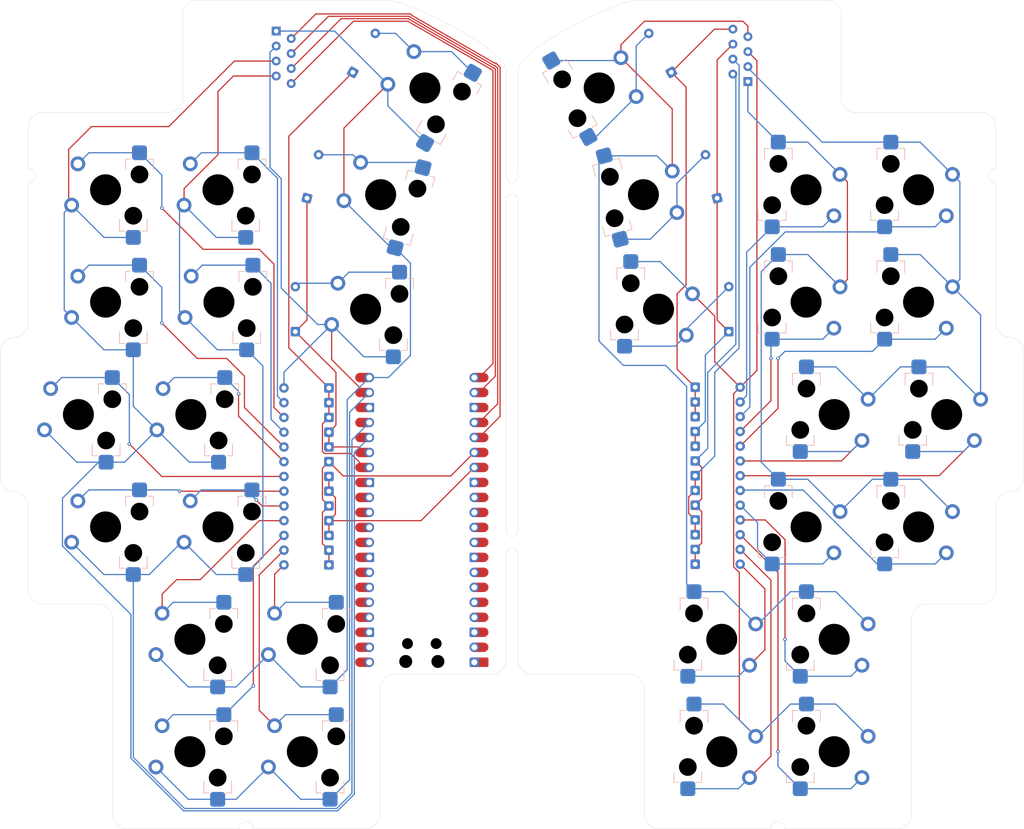
<source format=kicad_pcb>
(kicad_pcb (version 20241229) (generator "pcbnew") (generator_version "9.0")
  (layers (0 "F.Cu" signal) (2 "B.Cu" signal) (13 "F.Paste" user) (15 "B.Paste" user) (5 "F.SilkS" user "F.Silkscreen") (7 "B.SilkS" user "B.Silkscreen") (1 "F.Mask" user) (3 "B.Mask" user) (25 "Edge.Cuts" user))
  (net 0 "")
  (net 3 "COL-1")
  (net 5 "COL-2")
  (net 7 "COL-0")
  (net 9 "ROW-4")
  (net 13 "ROW-7")
  (net 15 "ROW-2")
  (net 25 "ROW-1")
  (net 26 "ROW-0")
  (net 27 "ROW-6")
  (net 28 "ROW-5")
  (net 35 "COL-3")
  (net 47 "ROW-3")
  (net 53 "Net-(D1-A)")
  (net 54 "Net-(D2-A)")
  (net 55 "Net-(D3-A)")
  (net 56 "Net-(D5-A)")
  (net 57 "Net-(D6-A)")
  (net 58 "Net-(D7-A)")
  (net 59 "Net-(D8-A)")
  (net 60 "Net-(D9-A)")
  (net 61 "Net-(D10-A)")
  (net 62 "Net-(D11-A)")
  (net 63 "Net-(D12-A)")
  (net 64 "Net-(D13-A)")
  (net 65 "Net-(D14-A)")
  (net 66 "Net-(D15-A)")
  (net 67 "Net-(D16-A)")
  (net 68 "Net-(D17-A)")
  (net 69 "Net-(D18-A)")
  (net 70 "Net-(D19-A)")
  (net 71 "Net-(D20-A)")
  (net 72 "Net-(D21-A)")
  (net 73 "Net-(D22-A)")
  (net 74 "Net-(D23-A)")
  (net 75 "Net-(D24-A)")
  (net 76 "Net-(D25-A)")
  (net 77 "Net-(D26-A)")
  (net 78 "Net-(D27-A)")
  (net 79 "Net-(D28-A)")
  (net 80 "Net-(D29-A)")
  (net 81 "Net-(D30-A)")
  (net 82 "Net-(D31-A)")
  (net 83 "ROW-4r")
  (net 84 "ROW-5r")
  (net 85 "ROW-6r")
  (net 86 "ROW-7r")
  (net 87 "COL-3r")
  (net 88 "COL-0r")
  (net 89 "COL-1r")
  (net 90 "COL-2r")
  (footprint "MountingHole:MountingHole_2.5mm" (layer "F.Cu") (at 206.953125 126.6625 -90)
    (property "Reference" "REF**")
    (property "Value" "MountingHole_2.5mm")
  )
  (footprint "Module:RaspberryPi_Pico_Common_Unspecified" (layer "F.Cu") (at 184.7125 186.19375 180)
    (property "Reference" "A1")
    (property "Value" "RaspberryPi_Pico" (hide yes))
  )
  (footprint "Diode_THT:D_DO-35_SOD27_P7.62mm_Horizontal" (layer "F.Cu") (at 168.975625 163.828125 180)
    (property "Reference" "D4")
    (property "Value" "D" (hide yes))
  )
  (footprint "key-switches:SW_Gateron_LowProfile_HotSwap_THT" (layer "F.Cu") (at 268.865625 187.384375 -90)
    (property "Reference" "SW20" (hide yes))
    (property "Value" "Keyswitch" (hide yes))
  )
  (footprint "Diode_THT:D_DO-35_SOD27_P7.62mm_Horizontal" (layer "F.Cu") (at 168.975625 166.328125 180)
    (property "Reference" "D12")
    (property "Value" "D" (hide yes))
  )
  (footprint "Panelization:mouse-bite-2mm-slot" (layer "F.Cu") (at 200 130 90)
    (property "Reference" "mouse-bite-2mm-slot" (hide yes))
    (property "Value" "VAL**" (hide yes))
  )
  (footprint "Diode_THT:D_DO-35_SOD27_P7.62mm_Horizontal" (layer "F.Cu") (at 168.975625 193.828125 180)
    (property "Reference" "D6")
    (property "Value" "D" (hide yes))
  )
  (footprint "key-switches:SW_Gateron_LowProfile_HotSwap_THT" (layer "F.Cu") (at 177.743382 131.061145 75)
    (property "Reference" "SW6" (hide yes))
    (property "Value" "Keyswitch" (hide yes))
  )
  (footprint "key-switches:SW_Gateron_LowProfile_HotSwap_THT" (layer "F.Cu") (at 235.528125 206.434375 -90)
    (property "Reference" "SW25" (hide yes))
    (property "Value" "Keyswitch" (hide yes))
  )
  (footprint "MountingHole:MountingHole_2.5mm" (layer "F.Cu") (at 280.771875 180.240625 -90)
    (property "Reference" "REF**")
    (property "Value" "MountingHole_2.5mm")
  )
  (footprint "Diode_THT:D_DO-35_SOD27_P7.62mm_Horizontal" (layer "F.Cu") (at 231.024375 176.203125)
    (property "Reference" "D18")
    (property "Value" "D" (hide yes))
  )
  (footprint "MountingHole:MountingHole_2.5mm" (layer "F.Cu") (at 253.390575 118.918425 -90)
    (property "Reference" "REF**")
    (property "Value" "MountingHole_2.5mm")
  )
  (footprint "Diode_THT:D_DO-35_SOD27_P7.62mm_Horizontal" (layer "F.Cu") (at 231.024375 191.203125)
    (property "Reference" "D30")
    (property "Value" "D" (hide yes))
  )
  (footprint "Diode_THT:D_DO-35_SOD27_P7.62mm_Horizontal" (layer "F.Cu") (at 231.024375 186.203125)
    (property "Reference" "D25")
    (property "Value" "D" (hide yes))
  )
  (footprint "Diode_THT:D_DO-35_SOD27_P7.62mm_Horizontal" (layer "F.Cu") (at 236.71875 154.285 90)
    (property "Reference" "D31")
    (property "Value" "D" (hide yes))
  )
  (footprint "Diode_THT:D_DO-35_SOD27_P7.62mm_Horizontal" (layer "F.Cu") (at 168.975625 171.328125 180)
    (property "Reference" "D11")
    (property "Value" "D" (hide yes))
  )
  (footprint "Diode_THT:D_DO-35_SOD27_P7.62mm_Horizontal" (layer "F.Cu") (at 226.979264 110.316743 120)
    (property "Reference" "D28")
    (property "Value" "D" (hide yes))
  )
  (footprint "key-switches:SW_Gateron_LowProfile_HotSwap_THT" (layer "F.Cu") (at 145.421875 225.484375 90)
    (property "Reference" "SW1" (hide yes))
    (property "Value" "Keyswitch" (hide yes))
  )
  (footprint "MountingHole:MountingHole_2.5mm" (layer "F.Cu") (at 184.7125 198.1 90)
    (property "Reference" "REF**")
    (property "Value" "MountingHole_2.5mm")
  )
  (footprint "Diode_THT:D_DO-35_SOD27_P7.62mm_Horizontal" (layer "F.Cu") (at 231.024375 178.703125)
    (property "Reference" "D17")
    (property "Value" "D" (hide yes))
  )
  (footprint "key-switches:SW_Gateron_LowProfile_HotSwap_THT" (layer "F.Cu") (at 268.865625 149.284375 -90)
    (property "Reference" "SW18" (hide yes))
    (property "Value" "Keyswitch" (hide yes))
  )
  (footprint "key-switches:SW_Gateron_LowProfile_HotSwap_THT" (layer "F.Cu") (at 254.578125 225.484375 -90)
    (property "Reference" "SW28" (hide yes))
    (property "Value" "Keyswitch" (hide yes))
  )
  (footprint "key-switches:SW_Gateron_LowProfile_HotSwap_THT" (layer "F.Cu") (at 224.8125 150.475 -90)
    (property "Reference" "SW30" (hide yes))
    (property "Value" "Keyswitch" (hide yes))
  )
  (footprint "key-switches:SW_Gateron_LowProfile_HotSwap_THT" (layer "F.Cu") (at 273.628125 168.334375 -90)
    (property "Reference" "SW16" (hide yes))
    (property "Value" "Keyswitch" (hide yes))
  )
  (footprint "Diode_THT:D_DO-35_SOD27_P7.62mm_Horizontal" (layer "F.Cu") (at 231.024375 168.703125)
    (property "Reference" "D20")
    (property "Value" "D" (hide yes))
  )
  (footprint "MountingHole:MountingHole_2.5mm" (layer "F.Cu") (at 119.228125 180.240625 90)
    (property "Reference" "REF**")
    (property "Value" "MountingHole_2.5mm")
  )
  (footprint "key-switches:SW_Gateron_LowProfile_HotSwap_THT" (layer "F.Cu") (at 150.184375 130.234375 90)
    (property "Reference" "SW11" (hide yes))
    (property "Value" "Keyswitch" (hide yes))
  )
  (footprint "Diode_THT:D_DO-35_SOD27_P7.62mm_Horizontal" (layer "F.Cu") (at 168.975625 181.328125 180)
    (property "Reference" "D9")
    (property "Value" "D" (hide yes))
  )
  (footprint "Diode_THT:D_DO-35_SOD27_P7.62mm_Horizontal" (layer "F.Cu") (at 231.024375 173.703125)
    (property "Reference" "D19")
    (property "Value" "D" (hide yes))
  )
  (footprint "key-switches:SW_Gateron_LowProfile_HotSwap_THT" (layer "F.Cu") (at 254.578125 206.434375 -90)
    (property "Reference" "SW24" (hide yes))
    (property "Value" "Keyswitch" (hide yes))
  )
  (footprint "Diode_THT:D_DO-35_SOD27_P7.62mm_Horizontal" (layer "F.Cu") (at 165.256728 131.659758 75)
    (property "Reference" "D7")
    (property "Value" "D" (hide yes))
  )
  (footprint "Diode_THT:D_DO-35_SOD27_P7.62mm_Horizontal" (layer "F.Cu") (at 168.975625 191.328125 180)
    (property "Reference" "D2")
    (property "Value" "D" (hide yes))
  )
  (footprint "key-switches:SW_Gateron_LowProfile_HotSwap_THT" (layer "F.Cu") (at 150.343125 149.284375 90)
    (property "Reference" "SW10" (hide yes))
    (property "Value" "Keyswitch" (hide yes))
  )
  (footprint "Diode_THT:D_DO-35_SOD27_P7.62mm_Horizontal" (layer "F.Cu") (at 168.975625 178.828125 180)
    (property "Reference" "D13")
    (property "Value" "D" (hide yes))
  )
  (footprint "key-switches:SW_Gateron_LowProfile_HotSwap_THT" (layer "F.Cu") (at 164.471875 206.434375 90)
    (property "Reference" "SW5" (hide yes))
    (property "Value" "Keyswitch" (hide yes))
  )
  (footprint "Diode_THT:D_DO-35_SOD27_P7.62mm_Horizontal" (layer "F.Cu") (at 231.024375 171.203125)
    (property "Reference" "D23")
    (property "Value" "D" (hide yes))
  )
  (footprint "key-switches:SW_Gateron_LowProfile_HotSwap_THT" (layer "F.Cu") (at 145.421875 206.434375 90)
    (property "Reference" "SW4" (hide yes))
    (property "Value" "Keyswitch" (hide yes))
  )
  (footprint "Diode_THT:D_DO-35_SOD27_P7.62mm_Horizontal" (layer "F.Cu") (at 231.024375 188.703125)
    (property "Reference" "D29")
    (property "Value" "D" (hide yes))
  )
  (footprint "Diode_THT:D_DO-35_SOD27_P7.62mm_Horizontal" (layer "F.Cu") (at 231.024375 183.703125)
    (property "Reference" "D22")
    (property "Value" "D" (hide yes))
  )
  (footprint "key-switches:SW_Gateron_LowProfile_HotSwap_THT" (layer "F.Cu") (at 268.865625 130.234375 -90)
    (property "Reference" "SW19" (hide yes))
    (property "Value" "Keyswitch" (hide yes))
  )
  (footprint "key-switches:SW_Gateron_LowProfile_HotSwap_THT" (layer "F.Cu") (at 249.815625 130.234375 -90)
    (property "Reference" "SW23" (hide yes))
    (property "Value" "Keyswitch" (hide yes))
  )
  (footprint "key-switches:SW_Gateron_LowProfile_HotSwap_THT" (layer "F.Cu") (at 185.236851 112.970312 60)
    (property "Reference" "SW7" (hide yes))
    (property "Value" "Keyswitch" (hide yes))
  )
  (footprint "Diode_THT:D_DO-35_SOD27_P7.62mm_Horizontal" (layer "F.Cu") (at 168.975625 188.828125 180)
    (property "Reference" "D1")
    (property "Value" "D" (hide yes))
  )
  (footprint "key-switches:SW_Gateron_LowProfile_HotSwap_THT" (layer "F.Cu") (at 150.184375 187.384375 90)
    (property "Reference" "SW9" (hide yes))
    (property "Value" "Keyswitch" (hide yes))
  )
  (footprint "Diode_THT:D_DO-35_SOD27_P7.62mm_Horizontal" (layer "F.Cu") (at 168.975625 186.328125 180)
    (property "Reference" "D5")
    (property "Value" "D" (hide yes))
  )
  (footprint "Diode_THT:D_DO-35_SOD27_P7.62mm_Horizontal" (layer "F.Cu") (at 168.975625 183.828125 180)
    (property "Reference" "D10")
    (property "Value" "D" (hide yes))
  )
  (footprint "Diode_THT:D_DO-35_SOD27_P7.62mm_Horizontal" (layer "F.Cu") (at 234.743272 131.659758 105)
    (property "Reference" "D27")
    (property "Value" "D" (hide yes))
  )
  (footprint "key-switches:SW_Gateron_LowProfile_HotSwap_THT" (layer "F.Cu") (at 254.578125 168.334375 -90)
    (property "Reference" "SW17" (hide yes))
    (property "Value" "Keyswitch" (hide yes))
  )
  (footprint "MountingHole:MountingHole_2.5mm" (layer "F.Cu") (at 193.046875 126.6625 90)
    (property "Reference" "REF**")
    (property "Value" "MountingHole_2.5mm")
  )
  (footprint "Connector_RJ:RJ45_Amphenol_54602-x08_Horizontal" (layer "F.Cu") (at 239.953125 111.895 90)
    (property "Reference" "J2")
    (property "Value" "RJ45" (hide yes))
  )
  (footprint "Panelization:mouse-bite-2mm-slot" (layer "F.Cu") (at 200 190 90)
    (property "Reference" "mouse-bite-2mm-slot" (hide yes))
    (property "Value" "VAL**" (hide yes))
  )
  (footprint "key-switches:SW_Gateron_LowProfile_HotSwap_THT" (layer "F.Cu") (at 235.528125 225.484375 -90)
    (property "Reference" "SW29" (hide yes))
    (property "Value" "Keyswitch" (hide yes))
  )
  (footprint "key-switches:SW_Gateron_LowProfile_HotSwap_THT" (layer "F.Cu") (at 126.530625 168.334375 90)
    (property "Reference" "SW12" (hide yes))
    (property "Value" "Keyswitch" (hide yes))
  )
  (footprint "Connector_RJ:RJ45_Amphenol_54602-x08_Horizontal" (layer "F.Cu") (at 160.046875 103.33 -90)
    (property "Reference" "J1")
    (property "Value" "RJ45" (hide yes))
  )
  (footprint "key-switches:SW_Gateron_LowProfile_HotSwap_THT" (layer "F.Cu") (at 131.134375 130.234375 90)
    (property "Reference" "SW15" (hide yes))
    (property "Value" "Keyswitch" (hide yes))
  )
  (footprint "Diode_THT:D_DO-35_SOD27_P7.62mm_Horizontal" (layer "F.Cu") (at 163.28125 154.285 90)
    (property "Reference" "D3")
    (property "Value" "D" (hide yes))
  )
  (footprint "key-switches:SW_Gateron_LowProfile_HotSwap_THT" (layer "F.Cu") (at 145.580625 168.334375 90)
    (property "Reference" "SW13" (hide yes))
    (property "Value" "Keyswitch" (hide yes))
  )
  (footprint "Diode_THT:D_DO-35_SOD27_P7.62mm_Horizontal" (layer "F.Cu") (at 231.024375 181.203125)
    (property "Reference" "D21")
    (property "Value" "D" (hide yes))
  )
  (footprint "key-switches:SW_Gateron_LowProfile_HotSwap_THT" (layer "F.Cu") (at 175.1875 150.475 90)
    (property "Reference" "SW3" (hide yes))
    (property "Value" "Keyswitch" (hide yes))
  )
  (footprint "Diode_THT:D_DO-35_SOD27_P7.62mm_Horizontal" (layer "F.Cu") (at 231.024375 166.203125)
    (property "Reference" "D24")
    (property "Value" "D" (hide yes))
  )
  (footprint "key-switches:SW_Gateron_LowProfile_HotSwap_THT" (layer "F.Cu") (at 222.256618 131.061145 -75)
    (property "Reference" "SW26" (hide yes))
    (property "Value" "Keyswitch" (hide yes))
  )
  (footprint "MountingHole:MountingHole_2.5mm" (layer "F.Cu") (at 146.609425 118.927425 90)
    (property "Reference" "REF**")
    (property "Value" "MountingHole_2.5mm")
  )
  (footprint "Diode_THT:D_DO-35_SOD27_P7.62mm_Horizontal" (layer "F.Cu") (at 168.975625 176.328125 180)
    (property "Reference" "D14")
    (property "Value" "D" (hide yes))
  )
  (footprint "key-switches:SW_Gateron_LowProfile_HotSwap_THT" (layer "F.Cu") (at 164.471875 225.484375 90)
    (property "Reference" "SW2" (hide yes))
    (property "Value" "Keyswitch" (hide yes))
  )
  (footprint "Diode_THT:D_DO-35_SOD27_P7.62mm_Horizontal" (layer "F.Cu") (at 231.024375 193.703125)
    (property "Reference" "D26")
    (property "Value" "D" (hide yes))
  )
  (footprint "Diode_THT:D_DO-35_SOD27_P7.62mm_Horizontal" (layer "F.Cu") (at 168.975625 173.828125 180)
    (property "Reference" "D15")
    (property "Value" "D" (hide yes))
  )
  (footprint "key-switches:SW_Gateron_LowProfile_HotSwap_THT" (layer "F.Cu") (at 131.134375 187.384375 90)
    (property "Reference" "SW8" (hide yes))
    (property "Value" "Keyswitch" (hide yes))
  )
  (footprint "key-switches:SW_Gateron_LowProfile_HotSwap_THT" (layer "F.Cu") (at 249.815625 187.384375 -90)
    (property "Reference" "SW21" (hide yes))
    (property "Value" "Keyswitch" (hide yes))
  )
  (footprint "key-switches:SW_Gateron_LowProfile_HotSwap_THT" (layer "F.Cu") (at 249.815625 149.284375 -90)
    (property "Reference" "SW22" (hide yes))
    (property "Value" "Keyswitch" (hide yes))
  )
  (footprint "key-switches:SW_Gateron_LowProfile_HotSwap_THT" (layer "F.Cu") (at 131.134375 149.284375 90)
    (property "Reference" "SW14" (hide yes))
    (property "Value" "Keyswitch" (hide yes))
  )
  (footprint "Diode_THT:D_DO-35_SOD27_P7.62mm_Horizontal" (layer "F.Cu") (at 168.975625 168.828125 180)
    (property "Reference" "D16")
    (property "Value" "D" (hide yes))
  )
  (footprint "Diode_THT:D_DO-35_SOD27_P7.62mm_Horizontal" (layer "F.Cu") (at 173.020736 110.316743 60)
    (property "Reference" "D8")
    (property "Value" "D" (hide yes))
  )
  (footprint "Diode_THT:D_DO-35_SOD27_P7.62mm_Horizontal" (layer "F.Cu") (at 231.024375 163.703125)
    (property "Reference" "D32")
    (property "Value" "D" (hide yes))
  )
  (footprint "MountingHole:MountingHole_2.5mm" (layer "F.Cu") (at 215.2875 198.1 -90)
    (property "Reference" "REF**")
    (property "Value" "MountingHole_2.5mm")
  )
  (footprint "key-switches:SW_Gateron_LowProfile_HotSwap_THT" (layer "F.Cu") (at 214.763149 112.970313 -60)
    (property "Reference" "SW27" (hide yes))
    (property "Value" "Keyswitch" (hide yes))
  )
  (gr_line (start 118.0375 119.51875) (end 118.0375 126.6625) (stroke (width 0.05)) (layer "Edge.Cuts"))
  (gr_line (start 267.675 202.8625) (end 267.675 236.2) (stroke (width 0.05)) (layer "Edge.Cuts"))
  (gr_curve (pts (xy 281.9625 198.1) (xy 281.9625 199.290625) (xy 280.771875 200.48125) (xy 279.58125 200.48125)) (stroke (width 0.05)) (layer "Edge.Cuts"))
  (gr_curve (pts (xy 201 109.99375) (xy 201 106.421875) (xy 217.66875 98.0875) (xy 221.240625 98.0875)) (stroke (width 0.05)) (layer "Edge.Cuts"))
  (gr_line (start 199 192) (end 199 210.00625) (stroke (width 0.05)) (layer "Edge.Cuts"))
  (gr_line (start 199 109.99375) (end 199 128) (stroke (width 0.05)) (layer "Edge.Cuts"))
  (gr_arc (start 153.75625 238.58125) (mid 154.946875 237.390625) (end 156.1375 238.58125) (stroke (width 0.05)) (layer "Edge.Cuts"))
  (gr_line (start 246.24375 238.58125) (end 265.29375 238.58125) (stroke (width 0.05)) (layer "Edge.Cuts"))
  (gr_line (start 222.43125 236.2) (end 222.43125 214.76875) (stroke (width 0.05)) (layer "Edge.Cuts"))
  (gr_line (start 120.41875 200.48125) (end 129.94375 200.48125) (stroke (width 0.05)) (layer "Edge.Cuts"))
  (gr_line (start 144.23125 100.46875) (end 144.23125 114.75625) (stroke (width 0.05)) (layer "Edge.Cuts"))
  (gr_arc (start 118.0375 126.6625) (mid 119.228125 127.853125) (end 118.0375 129.04375) (stroke (width 0.05)) (layer "Edge.Cuts"))
  (gr_line (start 134.70625 238.58125) (end 153.75625 238.581245) (stroke (width 0.05)) (layer "Edge.Cuts"))
  (gr_curve (pts (xy 222.43125 214.76875) (xy 222.43125 213.578125) (xy 221.240625 212.3875) (xy 220.05 212.3875)) (stroke (width 0.05)) (layer "Edge.Cuts"))
  (gr_curve (pts (xy 286.725 179.05) (xy 286.725 180.240625) (xy 285.534375 181.43125) (xy 284.34375 181.43125)) (stroke (width 0.05)) (layer "Edge.Cuts"))
  (gr_line (start 201 188) (end 201 132) (stroke (width 0.05)) (layer "Edge.Cuts"))
  (gr_curve (pts (xy 199 109.99375) (xy 199 106.421875) (xy 182.33125 98.0875) (xy 178.759375 98.0875)) (stroke (width 0.05)) (layer "Edge.Cuts"))
  (gr_curve (pts (xy 115.65625 155.2375) (xy 114.465625 155.2375) (xy 113.275 156.428125) (xy 113.275 157.61875)) (stroke (width 0.05)) (layer "Edge.Cuts"))
  (gr_curve (pts (xy 113.275 179.05) (xy 113.275 180.240625) (xy 114.465625 181.43125) (xy 115.65625 181.43125)) (stroke (width 0.05)) (layer "Edge.Cuts"))
  (gr_line (start 220.05 212.3875) (end 203.38125 212.3875) (stroke (width 0.05)) (layer "Edge.Cuts"))
  (gr_line (start 199 132) (end 199 188) (stroke (width 0.05)) (layer "Edge.Cuts"))
  (gr_line (start 132.325 202.8625) (end 132.325 236.2) (stroke (width 0.05)) (layer "Edge.Cuts"))
  (gr_arc (start 199 132) (mid 200 131) (end 201 132) (stroke (width 0.05)) (layer "Edge.Cuts"))
  (gr_arc (start 201 128) (mid 200 129) (end 199 128) (stroke (width 0.05)) (layer "Edge.Cuts"))
  (gr_line (start 113.275 157.61875) (end 113.275 179.05) (stroke (width 0.05)) (layer "Edge.Cuts"))
  (gr_line (start 141.85 117.1375) (end 120.41875 117.1375) (stroke (width 0.05)) (layer "Edge.Cuts"))
  (gr_arc (start 243.8625 238.58125) (mid 245.053125 237.390611) (end 246.24375 238.58125) (stroke (width 0.05)) (layer "Edge.Cuts"))
  (gr_line (start 281.9625 183.8125) (end 281.9625 198.1) (stroke (width 0.05)) (layer "Edge.Cuts"))
  (gr_curve (pts (xy 144.23125 114.75625) (xy 144.23125 115.946875) (xy 143.040625 117.1375) (xy 141.85 117.1375)) (stroke (width 0.05)) (layer "Edge.Cuts"))
  (gr_arc (start 281.9625 129.04375) (mid 280.771875 127.853125) (end 281.9625 126.6625) (stroke (width 0.05)) (layer "Edge.Cuts"))
  (gr_curve (pts (xy 146.6125 98.0875) (xy 145.421875 98.0875) (xy 144.23125 99.278125) (xy 144.23125 100.46875)) (stroke (width 0.05)) (layer "Edge.Cuts"))
  (gr_curve (pts (xy 284.34375 181.43125) (xy 283.153125 181.43125) (xy 281.9625 182.621875) (xy 281.9625 183.8125)) (stroke (width 0.05)) (layer "Edge.Cuts"))
  (gr_line (start 201 128) (end 201 109.99375) (stroke (width 0.05)) (layer "Edge.Cuts"))
  (gr_curve (pts (xy 196.61875 212.3875) (xy 197.809375 212.3875) (xy 199 211.196875) (xy 199 210.00625)) (stroke (width 0.05)) (layer "Edge.Cuts"))
  (gr_curve (pts (xy 255.76875 114.75625) (xy 255.76875 115.946875) (xy 256.959375 117.1375) (xy 258.15 117.1375)) (stroke (width 0.05)) (layer "Edge.Cuts"))
  (gr_line (start 178.759375 98.0875) (end 146.6125 98.0875) (stroke (width 0.05)) (layer "Edge.Cuts"))
  (gr_curve (pts (xy 284.34375 155.2375) (xy 285.534375 155.2375) (xy 286.725 156.428125) (xy 286.725 157.61875)) (stroke (width 0.05)) (layer "Edge.Cuts"))
  (gr_curve (pts (xy 175.1875 238.58125) (xy 176.378125 238.58125) (xy 177.56875 237.390625) (xy 177.56875 236.2)) (stroke (width 0.05)) (layer "Edge.Cuts"))
  (gr_line (start 179.95 212.3875) (end 196.61875 212.3875) (stroke (width 0.05)) (layer "Edge.Cuts"))
  (gr_curve (pts (xy 224.8125 238.58125) (xy 223.621875 238.58125) (xy 222.43125 237.390625) (xy 222.43125 236.2)) (stroke (width 0.05)) (layer "Edge.Cuts"))
  (gr_line (start 286.725 157.61875) (end 286.725 179.05) (stroke (width 0.05)) (layer "Edge.Cuts"))
  (gr_curve (pts (xy 120.41875 117.1375) (xy 119.228125 117.1375) (xy 118.0375 118.328125) (xy 118.0375 119.51875)) (stroke (width 0.05)) (layer "Edge.Cuts"))
  (gr_curve (pts (xy 203.38125 212.3875) (xy 202.190625 212.3875) (xy 201 211.196875) (xy 201 210.00625)) (stroke (width 0.05)) (layer "Edge.Cuts"))
  (gr_line (start 201 210.00625) (end 201 192) (stroke (width 0.05)) (layer "Edge.Cuts"))
  (gr_curve (pts (xy 177.56875 214.76875) (xy 177.56875 213.578125) (xy 178.759375 212.3875) (xy 179.95 212.3875)) (stroke (width 0.05)) (layer "Edge.Cuts"))
  (gr_curve (pts (xy 118.0375 152.85625) (xy 118.0375 154.046875) (xy 116.846875 155.2375) (xy 115.65625 155.2375)) (stroke (width 0.05)) (layer "Edge.Cuts"))
  (gr_curve (pts (xy 279.58125 117.1375) (xy 280.771875 117.1375) (xy 281.9625 118.328125) (xy 281.9625 119.51875)) (stroke (width 0.05)) (layer "Edge.Cuts"))
  (gr_line (start 281.9625 129.04375) (end 281.9625 152.85625) (stroke (width 0.05)) (layer "Edge.Cuts"))
  (gr_curve (pts (xy 115.65625 181.43125) (xy 116.846875 181.43125) (xy 118.0375 182.621875) (xy 118.0375 183.8125)) (stroke (width 0.05)) (layer "Edge.Cuts"))
  (gr_line (start 177.56875 236.2) (end 177.56875 214.76875) (stroke (width 0.05)) (layer "Edge.Cuts"))
  (gr_line (start 224.8125 238.58125) (end 243.8625 238.58125) (stroke (width 0.05)) (layer "Edge.Cuts"))
  (gr_curve (pts (xy 270.05625 200.48125) (xy 268.865625 200.48125) (xy 267.675 201.671875) (xy 267.675 202.8625)) (stroke (width 0.05)) (layer "Edge.Cuts"))
  (gr_curve (pts (xy 118.0375 198.1) (xy 118.0375 199.290625) (xy 119.228125 200.48125) (xy 120.41875 200.48125)) (stroke (width 0.05)) (layer "Edge.Cuts"))
  (gr_curve (pts (xy 129.94375 200.48125) (xy 131.134375 200.48125) (xy 132.325 201.671875) (xy 132.325 202.8625)) (stroke (width 0.05)) (layer "Edge.Cuts"))
  (gr_line (start 281.9625 119.51875) (end 281.9625 126.6625) (stroke (width 0.05)) (layer "Edge.Cuts"))
  (gr_line (start 118.0375 129.04375) (end 118.0375 152.85625) (stroke (width 0.05)) (layer "Edge.Cuts"))
  (gr_curve (pts (xy 132.325 236.2) (xy 132.325 237.390625) (xy 133.515625 238.58125) (xy 134.70625 238.58125)) (stroke (width 0.05)) (layer "Edge.Cuts"))
  (gr_arc (start 201 188) (mid 200 189) (end 199 188) (stroke (width 0.05)) (layer "Edge.Cuts"))
  (gr_line (start 255.76875 100.46875) (end 255.76875 114.75625) (stroke (width 0.05)) (layer "Edge.Cuts"))
  (gr_line (start 118.0375 183.8125) (end 118.0375 198.1) (stroke (width 0.05)) (layer "Edge.Cuts"))
  (gr_curve (pts (xy 281.9625 152.85625) (xy 281.9625 154.046875) (xy 283.153125 155.2375) (xy 284.34375 155.2375)) (stroke (width 0.05)) (layer "Edge.Cuts"))
  (gr_line (start 258.15 117.1375) (end 279.58125 117.1375) (stroke (width 0.05)) (layer "Edge.Cuts"))
  (gr_line (start 221.240625 98.0875) (end 253.3875 98.0875) (stroke (width 0.05)) (layer "Edge.Cuts"))
  (gr_arc (start 199 192) (mid 200 191) (end 201 192) (stroke (width 0.05)) (layer "Edge.Cuts"))
  (gr_curve (pts (xy 253.3875 98.0875) (xy 254.578125 98.0875) (xy 255.76875 99.278125) (xy 255.76875 100.46875)) (stroke (width 0.05)) (layer "Edge.Cuts"))
  (gr_line (start 279.58125 200.48125) (end 270.05625 200.48125) (stroke (width 0.05)) (layer "Edge.Cuts"))
  (gr_curve (pts (xy 267.675 236.2) (xy 267.675 237.390625) (xy 266.484375 238.58125) (xy 265.29375 238.58125)) (stroke (width 0.05)) (layer "Edge.Cuts"))
  (gr_line (start 156.1375 238.58125) (end 175.1875 238.58125) (stroke (width 0.05)) (layer "Edge.Cuts"))
  (segment (start 178.957205 112.346978) (end 171.516379 119.787804) (width 0.2) (layer "F.Cu") (net 3))
  (segment (start 171.516379 119.787804) (end 171.516379 132.084343) (width 0.2) (layer "F.Cu") (net 3))
  (segment (start 169.940227 103.33) (end 178.957205 112.346978) (width 0.2) (layer "B.Cu") (net 3))
  (segment (start 178.957205 116.001002) (end 185.269671 122.313468) (width 0.2) (layer "B.Cu") (net 3))
  (segment (start 145.146875 214.509375) (end 139.671875 209.034375) (width 0.2) (layer "B.Cu") (net 3))
  (segment (start 169.171875 214.509375) (end 164.196875 214.509375) (width 0.2) (layer "B.Cu") (net 3))
  (segment (start 150.121875 214.509375) (end 145.146875 214.509375) (width 0.2) (layer "B.Cu") (net 3))
  (segment (start 164.196875 214.509375) (end 158.721875 209.034375) (width 0.2) (layer "B.Cu") (net 3))
  (segment (start 153.246875 214.509375) (end 150.121875 214.509375) (width 0.2) (layer "B.Cu") (net 3))
  (segment (start 160.046875 103.33) (end 169.940227 103.33) (width 0.2) (layer "B.Cu") (net 3))
  (segment (start 178.957205 112.346978) (end 178.957205 116.001002) (width 0.2) (layer "B.Cu") (net 3))
  (segment (start 179.509482 140.077446) (end 180.193271 140.077446) (width 0.2) (layer "B.Cu") (net 3))
  (segment (start 182.7885 158.314058) (end 179.038808 162.06375) (width 0.2) (layer "B.Cu") (net 3))
  (segment (start 171.516379 132.084343) (end 179.509482 140.077446) (width 0.2) (layer "B.Cu") (net 3))
  (segment (start 172.072875 165.813375) (end 172.072875 211.608375) (width 0.2) (layer "B.Cu") (net 3))
  (segment (start 182.7885 142.672675) (end 182.7885 158.314058) (width 0.2) (layer "B.Cu") (net 3))
  (segment (start 175.8225 162.06375) (end 172.072875 165.813375) (width 0.2) (layer "B.Cu") (net 3))
  (segment (start 172.072875 211.608375) (end 169.171875 214.509375) (width 0.2) (layer "B.Cu") (net 3))
  (segment (start 179.038808 162.06375) (end 175.8225 162.06375) (width 0.2) (layer "B.Cu") (net 3))
  (segment (start 158.721875 209.034375) (end 153.246875 214.509375) (width 0.2) (layer "B.Cu") (net 3))
  (segment (start 180.193271 140.077446) (end 182.7885 142.672675) (width 0.2) (layer "B.Cu") (net 3))
  (segment (start 150.184375 124.28125) (end 144.434375 130.03125) (width 0.2) (layer "F.Cu") (net 5))
  (segment (start 152.8 110.95) (end 150.184375 113.565625) (width 0.2) (layer "F.Cu") (net 5))
  (segment (start 160.046875 110.95) (end 152.8 110.95) (width 0.2) (layer "F.Cu") (net 5))
  (segment (start 144.434375 130.03125) (end 144.434375 132.834375) (width 0.2) (layer "F.Cu") (net 5))
  (segment (start 150.184375 113.565625) (end 150.184375 124.28125) (width 0.2) (layer "F.Cu") (net 5))
  (segment (start 144.504429 235.110375) (end 170.285933 235.110375) (width 0.2) (layer "B.Cu") (net 5))
  (segment (start 155.043125 157.359375) (end 150.068125 157.359375) (width 0.2) (layer "B.Cu") (net 5))
  (segment (start 130.859375 195.459375) (end 125.384375 189.984375) (width 0.2) (layer "B.Cu") (net 5))
  (segment (start 135.834375 195.459375) (end 135.834375 226.440321) (width 0.2) (layer "B.Cu") (net 5))
  (segment (start 170.285933 235.110375) (end 172.874875 232.521433) (width 0.2) (layer "B.Cu") (net 5))
  (segment (start 154.884375 195.459375) (end 157.785375 192.558375) (width 0.2) (layer "B.Cu") (net 5))
  (segment (start 144.0125 189.984375) (end 138.5375 195.459375) (width 0.2) (layer "B.Cu") (net 5))
  (segment (start 143.665625 150.828125) (end 143.665625 133.603125) (width 0.2) (layer "B.Cu") (net 5))
  (segment (start 143.665625 133.603125) (end 144.434375 132.834375) (width 0.2) (layer "B.Cu") (net 5))
  (segment (start 172.874875 172.631375) (end 175.8225 169.68375) (width 0.2) (layer "B.Cu") (net 5))
  (segment (start 154.884375 195.459375) (end 149.909375 195.459375) (width 0.2) (layer "B.Cu") (net 5))
  (segment (start 135.834375 226.440321) (end 144.504429 235.110375) (width 0.2) (layer "B.Cu") (net 5))
  (segment (start 135.834375 195.459375) (end 130.859375 195.459375) (width 0.2) (layer "B.Cu") (net 5))
  (segment (start 144.609375 151.884375) (end 144.665625 151.828125) (width 0.2) (layer "B.Cu") (net 5))
  (segment (start 144.434375 189.984375) (end 144.0125 189.984375) (width 0.2) (layer "B.Cu") (net 5))
  (segment (start 157.785375 160.101625) (end 155.043125 157.359375) (width 0.2) (layer "B.Cu") (net 5))
  (segment (start 149.909375 138.309375) (end 144.434375 132.834375) (width 0.2) (layer "B.Cu") (net 5))
  (segment (start 144.665625 151.828125) (end 143.665625 150.828125) (width 0.2) (layer "B.Cu") (net 5))
  (segment (start 144.593125 151.884375) (end 144.609375 151.884375) (width 0.2) (layer "B.Cu") (net 5))
  (segment (start 172.874875 232.521433) (end 172.874875 172.631375) (width 0.2) (layer "B.Cu") (net 5))
  (segment (start 150.068125 157.359375) (end 144.593125 151.884375) (width 0.2) (layer "B.Cu") (net 5))
  (segment (start 157.785375 192.558375) (end 157.785375 160.101625) (width 0.2) (layer "B.Cu") (net 5))
  (segment (start 149.909375 195.459375) (end 144.434375 189.984375) (width 0.2) (layer "B.Cu") (net 5))
  (segment (start 154.884375 138.309375) (end 149.909375 138.309375) (width 0.2) (layer "B.Cu") (net 5))
  (segment (start 138.5375 195.459375) (end 135.834375 195.459375) (width 0.2) (layer "B.Cu") (net 5))
  (segment (start 169.4375 159.01875) (end 175.0225 164.60375) (width 0.2) (layer "F.Cu") (net 7))
  (segment (start 169.4375 153.075) (end 169.4375 159.01875) (width 0.2) (layer "F.Cu") (net 7))
  (segment (start 158.995875 106.921) (end 158.995875 126.453775) (width 0.2) (layer "B.Cu") (net 7))
  (segment (start 167.071875 153.075) (end 169.4375 153.075) (width 0.2) (layer "B.Cu") (net 7))
  (segment (start 160.046875 105.87) (end 158.995875 106.921) (width 0.2) (layer "B.Cu") (net 7))
  (segment (start 160.9 128.3579) (end 160.9 146.903125) (width 0.2) (layer "B.Cu") (net 7))
  (segment (start 172.473875 230.257375) (end 169.171875 233.559375) (width 0.2) (layer "B.Cu") (net 7))
  (segment (start 169.4375 153.075) (end 174.9125 158.55) (width 0.2) (layer "B.Cu") (net 7))
  (segment (start 153.246875 233.559375) (end 150.121875 233.559375) (width 0.2) (layer "B.Cu") (net 7))
  (segment (start 169.171875 233.559375) (end 164.196875 233.559375) (width 0.2) (layer "B.Cu") (net 7))
  (segment (start 158.995875 126.453775) (end 160.9 128.3579) (width 0.2) (layer "B.Cu") (net 7))
  (segment (start 164.196875 233.559375) (end 158.721875 228.084375) (width 0.2) (layer "B.Cu") (net 7))
  (segment (start 175.8225 164.60375) (end 172.473875 167.952375) (width 0.2) (layer "B.Cu") (net 7))
  (segment (start 150.121875 233.559375) (end 145.146875 233.559375) (width 0.2) (layer "B.Cu") (net 7))
  (segment (start 161.355625 161.156875) (end 161.355625 163.828125) (width 0.2) (layer "B.Cu") (net 7))
  (segment (start 158.721875 228.084375) (end 153.246875 233.559375) (width 0.2) (layer "B.Cu") (net 7))
  (segment (start 145.146875 233.559375) (end 139.671875 228.084375) (width 0.2) (layer "B.Cu") (net 7))
  (segment (start 172.473875 167.952375) (end 172.473875 230.257375) (width 0.2) (layer "B.Cu") (net 7))
  (segment (start 160.9 146.903125) (end 167.071875 153.075) (width 0.2) (layer "B.Cu") (net 7))
  (segment (start 169.4375 153.075) (end 161.355625 161.156875) (width 0.2) (layer "B.Cu") (net 7))
  (segment (start 174.9125 158.55) (end 179.8875 158.55) (width 0.2) (layer "B.Cu") (net 7))
  (segment (start 196.963712 109.181362) (end 197.130096 109.181362) (width 0.2) (layer "F.Cu") (net 9))
  (segment (start 197.568811 166.517439) (end 194.4025 169.68375) (width 0.2) (layer "F.Cu") (net 9))
  (segment (start 197.130096 109.181362) (end 197.568811 109.620077) (width 0.2) (layer "F.Cu") (net 9))
  (segment (start 197.568811 109.620077) (end 197.568811 166.517439) (width 0.2) (layer "F.Cu") (net 9))
  (segment (start 168.898826 100.828049) (end 182.634124 100.828049) (width 0.2) (layer "F.Cu") (net 9))
  (segment (start 182.634124 100.828049) (end 182.823692 101.017617) (width 0.2) (layer "F.Cu") (net 9))
  (segment (start 182.823692 101.017617) (end 196.963712 109.181362) (width 0.2) (layer "F.Cu") (net 9))
  (segment (start 162.586875 107.14) (end 168.898826 100.828049) (width 0.2) (layer "F.Cu") (net 9))
  (segment (start 196.766811 109.99375) (end 196.766811 159.699439) (width 0.2) (layer "F.Cu") (net 13))
  (segment (start 173.1475 101.659375) (end 182.33125 101.659375) (width 0.2) (layer "F.Cu") (net 13))
  (segment (start 182.33125 101.659375) (end 196.766811 109.99375) (width 0.2) (layer "F.Cu") (net 13))
  (segment (start 196.766811 159.699439) (end 194.4025 162.06375) (width 0.2) (layer "F.Cu") (net 13))
  (segment (start 162.586875 112.22) (end 173.1475 101.659375) (width 0.2) (layer "F.Cu") (net 13))
  (segment (start 165.256728 152.309522) (end 163.28125 154.285) (width 0.2) (layer "F.Cu") (net 15))
  (segment (start 168.975625 171.328125) (end 168.975625 173.828125) (width 0.2) (layer "F.Cu") (net 15))
  (segment (start 170.165625 170.138125) (end 168.975625 171.328125) (width 0.2) (layer "F.Cu") (net 15))
  (segment (start 168.975625 173.828125) (end 174.086875 173.828125) (width 0.2) (layer "F.Cu") (net 15))
  (segment (start 165.256728 131.659758) (end 165.256728 152.309522) (width 0.2) (layer "F.Cu") (net 15))
  (segment (start 163.28125 154.285) (end 170.165625 161.169375) (width 0.2) (layer "F.Cu") (net 15))
  (segment (start 170.165625 161.169375) (end 170.165625 170.138125) (width 0.2) (layer "F.Cu") (net 15))
  (segment (start 174.086875 173.828125) (end 175.0225 174.76375) (width 0.2) (layer "F.Cu") (net 15))
  (segment (start 168.975625 183.828125) (end 167.874625 184.929125) (width 0.2) (layer "F.Cu") (net 25))
  (segment (start 168.975625 183.828125) (end 167.874625 182.727125) (width 0.2) (layer "F.Cu") (net 25))
  (segment (start 168.975625 191.328125) (end 168.975625 193.828125) (width 0.2) (layer "F.Cu") (net 25))
  (segment (start 167.874625 190.227125) (end 168.975625 191.328125) (width 0.2) (layer "F.Cu") (net 25))
  (segment (start 168.975625 176.328125) (end 171.38525 178.73775) (width 0.2) (layer "F.Cu") (net 25))
  (segment (start 171.38525 178.73775) (end 189.6285 178.73775) (width 0.2) (layer "F.Cu") (net 25))
  (segment (start 167.874625 182.727125) (end 167.874625 177.429125) (width 0.2) (layer "F.Cu") (net 25))
  (segment (start 189.6285 178.73775) (end 193.6025 174.76375) (width 0.2) (layer "F.Cu") (net 25))
  (segment (start 167.874625 184.929125) (end 167.874625 190.227125) (width 0.2) (layer "F.Cu") (net 25))
  (segment (start 167.874625 177.429125) (end 168.975625 176.328125) (width 0.2) (layer "F.Cu") (net 25))
  (segment (start 193.6025 177.30375) (end 184.578125 186.328125) (width 0.2) (layer "F.Cu") (net 26))
  (segment (start 168.975625 181.328125) (end 168.975625 178.828125) (width 0.2) (layer "F.Cu") (net 26))
  (segment (start 168.975625 181.328125) (end 170.076625 182.429125) (width 0.2) (layer "F.Cu") (net 26))
  (segment (start 184.578125 186.328125) (end 168.975625 186.328125) (width 0.2) (layer "F.Cu") (net 26))
  (segment (start 168.975625 186.328125) (end 168.975625 188.828125) (width 0.2) (layer "F.Cu") (net 26))
  (segment (start 170.076625 185.227125) (end 168.975625 186.328125) (width 0.2) (layer "F.Cu") (net 26))
  (segment (start 170.076625 182.429125) (end 170.076625 185.227125) (width 0.2) (layer "F.Cu") (net 26))
  (segment (start 196.856265 109.582362) (end 196.963996 109.582362) (width 0.2) (layer "F.Cu") (net 27))
  (segment (start 197.167811 109.786177) (end 197.167811 161.838439) (width 0.2) (layer "F.Cu") (net 27))
  (segment (start 182.577471 101.338496) (end 196.856265 109.582362) (width 0.2) (layer "F.Cu") (net 27))
  (segment (start 197.167811 161.838439) (end 194.4025 164.60375) (width 0.2) (layer "F.Cu") (net 27))
  (segment (start 171.037826 101.229049) (end 182.468024 101.229049) (width 0.2) (layer "F.Cu") (net 27))
  (segment (start 162.586875 109.68) (end 171.037826 101.229049) (width 0.2) (layer "F.Cu") (net 27))
  (segment (start 182.468024 101.229049) (end 182.577471 101.338496) (width 0.2) (layer "F.Cu") (net 27))
  (segment (start 196.963996 109.582362) (end 197.167811 109.786177) (width 0.2) (layer "F.Cu") (net 27))
  (segment (start 197.296196 108.780362) (end 197.969811 109.453977) (width 0.2) (layer "F.Cu") (net 28))
  (segment (start 197.969811 109.453977) (end 197.969811 168.656439) (width 0.2) (layer "F.Cu") (net 28))
  (segment (start 182.800224 100.427049) (end 183.069914 100.696739) (width 0.2) (layer "F.Cu") (net 28))
  (segment (start 166.759826 100.427049) (end 182.800224 100.427049) (width 0.2) (layer "F.Cu") (net 28))
  (segment (start 162.586875 104.6) (end 166.759826 100.427049) (width 0.2) (layer "F.Cu") (net 28))
  (segment (start 197.071159 108.780362) (end 197.296196 108.780362) (width 0.2) (layer "F.Cu") (net 28))
  (segment (start 197.969811 168.656439) (end 194.4025 172.22375) (width 0.2) (layer "F.Cu") (net 28))
  (segment (start 183.069914 100.696739) (end 197.071159 108.780362) (width 0.2) (layer "F.Cu") (net 28))
  (segment (start 152.95875 108.41) (end 141.85 119.51875) (width 0.2) (layer "F.Cu") (net 35))
  (segment (start 160.046875 108.41) (end 152.95875 108.41) (width 0.2) (layer "F.Cu") (net 35))
  (segment (start 124.883375 132.333375) (end 125.384375 132.834375) (width 0.2) (layer "F.Cu") (net 35))
  (segment (start 141.85 119.51875) (end 128.753125 119.51875) (width 0.2) (layer "F.Cu") (net 35))
  (segment (start 124.883375 123.3885) (end 124.883375 132.333375) (width 0.2) (layer "F.Cu") (net 35))
  (segment (start 128.753125 119.51875) (end 124.883375 123.3885) (width 0.2) (layer "F.Cu") (net 35))
  (segment (start 150.280625 176.409375) (end 145.305625 176.409375) (width 0.2) (layer "B.Cu") (net 35))
  (segment (start 135.834375 166.938125) (end 135.834375 157.359375) (width 0.2) (layer "B.Cu") (net 35))
  (segment (start 123.833375 182.531625) (end 123.833375 190.626821) (width 0.2) (layer "B.Cu") (net 35))
  (segment (start 135.834375 157.359375) (end 130.859375 157.359375) (width 0.2) (layer "B.Cu") (net 35))
  (segment (start 135.433375 226.606421) (end 144.338329 235.511375) (width 0.2) (layer "B.Cu") (net 35))
  (segment (start 135.433375 202.226821) (end 135.433375 226.606421) (width 0.2) (layer "B.Cu") (net 35))
  (segment (start 131.230625 176.409375) (end 129.955625 176.409375) (width 0.2) (layer "B.Cu") (net 35))
  (segment (start 173.275875 174.770375) (end 175.8225 172.22375) (width 0.2) (layer "B.Cu") (net 35))
  (segment (start 139.830625 170.934375) (end 134.355625 176.409375) (width 0.2) (layer "B.Cu") (net 35))
  (segment (start 134.355625 176.409375) (end 131.230625 176.409375) (width 0.2) (layer "B.Cu") (net 35))
  (segment (start 123.833375 190.626821) (end 135.433375 202.226821) (width 0.2) (layer "B.Cu") (net 35))
  (segment (start 126.255625 176.409375) (end 120.780625 170.934375) (width 0.2) (layer "B.Cu") (net 35))
  (segment (start 130.859375 157.359375) (end 125.384375 151.884375) (width 0.2) (layer "B.Cu") (net 35))
  (segment (start 125.384375 151.884375) (end 124.134376 150.634376) (width 0.2) (layer "B.Cu") (net 35))
  (segment (start 170.452033 235.511375) (end 173.275875 232.687533) (width 0.2) (layer "B.Cu") (net 35))
  (segment (start 145.305625 176.409375) (end 139.830625 170.934375) (width 0.2) (layer "B.Cu") (net 35))
  (segment (start 124.134376 150.634376) (end 124.134376 134.084374) (width 0.2) (layer "B.Cu") (net 35))
  (segment (start 131.230625 176.409375) (end 126.255625 176.409375) (width 0.2) (layer "B.Cu") (net 35))
  (segment (start 130.859375 138.309375) (end 125.384375 132.834375) (width 0.2) (layer "B.Cu") (net 35))
  (segment (start 124.134376 134.084374) (end 125.384375 132.834375) (width 0.2) (layer "B.Cu") (net 35))
  (segment (start 135.834375 138.309375) (end 130.859375 138.309375) (width 0.2) (layer "B.Cu") (net 35))
  (segment (start 129.955625 176.409375) (end 123.833375 182.531625) (width 0.2) (layer "B.Cu") (net 35))
  (segment (start 173.275875 232.687533) (end 173.275875 174.770375) (width 0.2) (layer "B.Cu") (net 35))
  (segment (start 139.830625 170.934375) (end 135.834375 166.938125) (width 0.2) (layer "B.Cu") (net 35))
  (segment (start 144.338329 235.511375) (end 170.452033 235.511375) (width 0.2) (layer "B.Cu") (net 35))
  (segment (start 168.190465 174.929125) (end 172.647875 174.929125) (width 0.2) (layer "F.Cu") (net 47))
  (segment (start 162.18025 157.03275) (end 168.975625 163.828125) (width 0.2) (layer "F.Cu") (net 47))
  (segment (start 167.874625 174.613285) (end 168.190465 174.929125) (width 0.2) (layer "F.Cu") (net 47))
  (segment (start 162.18025 121.157229) (end 162.18025 157.03275) (width 0.2) (layer "F.Cu") (net 47))
  (segment (start 168.975625 163.828125) (end 168.975625 168.828125) (width 0.2) (layer "F.Cu") (net 47))
  (segment (start 167.874625 169.929125) (end 167.874625 174.613285) (width 0.2) (layer "F.Cu") (net 47))
  (segment (start 168.975625 168.828125) (end 167.874625 169.929125) (width 0.2) (layer "F.Cu") (net 47))
  (segment (start 172.647875 174.929125) (end 175.0225 177.30375) (width 0.2) (layer "F.Cu") (net 47))
  (segment (start 173.020736 110.316743) (end 162.18025 121.157229) (width 0.2) (layer "F.Cu") (net 47))
  (segment (start 156.165625 194.018125) (end 156.165625 214.328125) (width 0.2) (layer "F.Cu") (net 53))
  (segment (start 161.355625 188.828125) (end 156.165625 194.018125) (width 0.2) (layer "F.Cu") (net 53))
  (via (at 156.165625 214.328125) (size 0.6) (drill 0.3) (layers "F.Cu" "B.Cu") (net 53))
  (segment (start 156.165625 214.328125) (end 151.284375 219.209375) (width 0.2) (layer "B.Cu") (net 53))
  (segment (start 140.721875 221.084375) (end 142.596875 219.209375) (width 0.2) (layer "B.Cu") (net 53))
  (segment (start 151.284375 219.209375) (end 151.171875 219.209375) (width 0.2) (layer "B.Cu") (net 53))
  (segment (start 142.596875 219.209375) (end 151.171875 219.209375) (width 0.2) (layer "B.Cu") (net 53))
  (segment (start 161.355625 191.328125) (end 157.170875 195.512875) (width 0.2) (layer "F.Cu") (net 54))
  (segment (start 157.170875 218.483375) (end 159.771875 221.084375) (width 0.2) (layer "F.Cu") (net 54))
  (segment (start 157.170875 195.512875) (end 157.170875 218.483375) (width 0.2) (layer "F.Cu") (net 54))
  (segment (start 159.771875 221.084375) (end 161.646875 219.209375) (width 0.2) (layer "B.Cu") (net 54))
  (segment (start 161.646875 219.209375) (end 170.221875 219.209375) (width 0.2) (layer "B.Cu") (net 54))
  (segment (start 172.3625 144.2) (end 180.9375 144.2) (width 0.2) (layer "B.Cu") (net 55))
  (segment (start 163.28125 146.665) (end 163.87125 146.075) (width 0.2) (layer "B.Cu") (net 55))
  (segment (start 163.87125 146.075) (end 170.4875 146.075) (width 0.2) (layer "B.Cu") (net 55))
  (segment (start 170.4875 146.075) (end 172.3625 144.2) (width 0.2) (layer "B.Cu") (net 55))
  (segment (start 140.721875 202.034375) (end 140.721875 198.771875) (width 0.2) (layer "F.Cu") (net 56))
  (segment (start 157.165625 186.328125) (end 161.355625 186.328125) (width 0.2) (layer "F.Cu") (net 56))
  (segment (start 140.721875 198.771875) (end 143.165625 196.328125) (width 0.2) (layer "F.Cu") (net 56))
  (segment (start 147.165625 196.328125) (end 157.165625 186.328125) (width 0.2) (layer "F.Cu") (net 56))
  (segment (start 143.165625 196.328125) (end 147.165625 196.328125) (width 0.2) (layer "F.Cu") (net 56))
  (segment (start 140.721875 202.034375) (end 142.596875 200.159375) (width 0.2) (layer "B.Cu") (net 56))
  (segment (start 142.596875 200.159375) (end 151.171875 200.159375) (width 0.2) (layer "B.Cu") (net 56))
  (segment (start 159.771875 195.411875) (end 159.771875 202.034375) (width 0.2) (layer "F.Cu") (net 57))
  (segment (start 161.355625 193.828125) (end 159.771875 195.411875) (width 0.2) (layer "F.Cu") (net 57))
  (segment (start 159.771875 202.034375) (end 161.646875 200.159375) (width 0.2) (layer "B.Cu") (net 57))
  (segment (start 161.646875 200.159375) (end 170.221875 200.159375) (width 0.2) (layer "B.Cu") (net 57))
  (segment (start 174.342334 125.594622) (end 184.027997 125.594622) (width 0.2) (layer "B.Cu") (net 58))
  (segment (start 173.047115 124.299403) (end 174.342334 125.594622) (width 0.2) (layer "B.Cu") (net 58))
  (segment (start 167.228929 124.299403) (end 173.047115 124.299403) (width 0.2) (layer "B.Cu") (net 58))
  (segment (start 184.027997 125.594622) (end 184.921545 126.48817) (width 0.2) (layer "B.Cu") (net 58))
  (segment (start 189.752794 106.8098) (end 193.353997 110.411003) (width 0.2) (layer "B.Cu") (net 59))
  (segment (start 183.366531 106.8098) (end 189.752794 106.8098) (width 0.2) (layer "B.Cu") (net 59))
  (segment (start 180.27436 103.717629) (end 183.366531 106.8098) (width 0.2) (layer "B.Cu") (net 59))
  (segment (start 176.830736 103.717629) (end 180.27436 103.717629) (width 0.2) (layer "B.Cu") (net 59))
  (segment (start 143.665625 181.328125) (end 161.355625 181.328125) (width 0.2) (layer "F.Cu") (net 60))
  (via (at 143.665625 181.328125) (size 0.6) (drill 0.3) (layers "F.Cu" "B.Cu") (net 60))
  (segment (start 143.446875 181.109375) (end 143.665625 181.328125) (width 0.2) (layer "B.Cu") (net 60))
  (segment (start 128.309375 181.109375) (end 136.884375 181.109375) (width 0.2) (layer "B.Cu") (net 60))
  (segment (start 126.434375 182.984375) (end 128.309375 181.109375) (width 0.2) (layer "B.Cu") (net 60))
  (segment (start 136.884375 181.109375) (end 143.446875 181.109375) (width 0.2) (layer "B.Cu") (net 60))
  (segment (start 157.665625 183.828125) (end 156.665625 182.828125) (width 0.2) (layer "F.Cu") (net 61))
  (segment (start 161.355625 183.828125) (end 157.665625 183.828125) (width 0.2) (layer "F.Cu") (net 61))
  (via (at 156.665625 182.828125) (size 0.6) (drill 0.3) (layers "F.Cu" "B.Cu") (net 61))
  (segment (start 156.665625 182.828125) (end 155.934375 182.096875) (width 0.2) (layer "B.Cu") (net 61))
  (segment (start 147.359375 181.109375) (end 155.934375 181.109375) (width 0.2) (layer "B.Cu") (net 61))
  (segment (start 155.934375 182.096875) (end 155.934375 181.109375) (width 0.2) (layer "B.Cu") (net 61))
  (segment (start 145.484375 182.984375) (end 147.359375 181.109375) (width 0.2) (layer "B.Cu") (net 61))
  (segment (start 145.643125 144.884375) (end 147.518125 143.009375) (width 0.2) (layer "B.Cu") (net 62))
  (segment (start 161.355625 171.328125) (end 159.165625 169.138125) (width 0.2) (layer "B.Cu") (net 62))
  (segment (start 159.165625 169.138125) (end 159.165625 146.081875) (width 0.2) (layer "B.Cu") (net 62))
  (segment (start 147.518125 143.009375) (end 156.093125 143.009375) (width 0.2) (layer "B.Cu") (net 62))
  (segment (start 159.165625 146.081875) (end 156.093125 143.009375) (width 0.2) (layer "B.Cu") (net 62))
  (segment (start 161.355625 166.328125) (end 160.254625 165.227125) (width 0.2) (layer "B.Cu") (net 63))
  (segment (start 145.484375 125.834375) (end 147.359375 123.959375) (width 0.2) (layer "B.Cu") (net 63))
  (segment (start 160.254625 128.279625) (end 155.934375 123.959375) (width 0.2) (layer "B.Cu") (net 63))
  (segment (start 147.359375 123.959375) (end 155.934375 123.959375) (width 0.2) (layer "B.Cu") (net 63))
  (segment (start 160.254625 165.227125) (end 160.254625 128.279625) (width 0.2) (layer "B.Cu") (net 63))
  (segment (start 140.665625 178.828125) (end 135.165625 173.328125) (width 0.2) (layer "F.Cu") (net 64))
  (segment (start 161.355625 178.828125) (end 140.665625 178.828125) (width 0.2) (layer "F.Cu") (net 64))
  (via (at 135.165625 173.328125) (size 0.6) (drill 0.3) (layers "F.Cu" "B.Cu") (net 64))
  (segment (start 135.165625 173.328125) (end 135.165625 164.944375) (width 0.2) (layer "B.Cu") (net 64))
  (segment (start 135.165625 164.944375) (end 132.280625 162.059375) (width 0.2) (layer "B.Cu") (net 64))
  (segment (start 121.830625 163.934375) (end 123.705625 162.059375) (width 0.2) (layer "B.Cu") (net 64))
  (segment (start 123.705625 162.059375) (end 132.280625 162.059375) (width 0.2) (layer "B.Cu") (net 64))
  (segment (start 161.355625 176.328125) (end 153.665625 168.638125) (width 0.2) (layer "F.Cu") (net 65))
  (segment (start 153.665625 168.638125) (end 153.665625 164.828125) (width 0.2) (layer "F.Cu") (net 65))
  (via (at 153.665625 164.828125) (size 0.6) (drill 0.3) (layers "F.Cu" "B.Cu") (net 65))
  (segment (start 153.665625 164.828125) (end 153.665625 164.394375) (width 0.2) (layer "B.Cu") (net 65))
  (segment (start 142.755625 162.059375) (end 151.330625 162.059375) (width 0.2) (layer "B.Cu") (net 65))
  (segment (start 153.665625 164.394375) (end 151.330625 162.059375) (width 0.2) (layer "B.Cu") (net 65))
  (segment (start 140.880625 163.934375) (end 142.755625 162.059375) (width 0.2) (layer "B.Cu") (net 65))
  (segment (start 146.665625 158.828125) (end 140.665625 152.828125) (width 0.2) (layer "F.Cu") (net 66))
  (segment (start 154.665625 163.328125) (end 154.665625 161.828125) (width 0.2) (layer "F.Cu") (net 66))
  (segment (start 151.665625 158.828125) (end 148.665625 158.828125) (width 0.2) (layer "F.Cu") (net 66))
  (segment (start 154.665625 167.138125) (end 154.665625 163.328125) (width 0.2) (layer "F.Cu") (net 66))
  (segment (start 154.665625 161.828125) (end 151.665625 158.828125) (width 0.2) (layer "F.Cu") (net 66))
  (segment (start 161.355625 173.828125) (end 154.665625 167.138125) (width 0.2) (layer "F.Cu") (net 66))
  (segment (start 148.665625 158.828125) (end 146.665625 158.828125) (width 0.2) (layer "F.Cu") (net 66))
  (via (at 140.665625 152.828125) (size 0.6) (drill 0.3) (layers "F.Cu" "B.Cu") (net 66))
  (segment (start 140.665625 152.828125) (end 140.665625 146.790625) (width 0.2) (layer "B.Cu") (net 66))
  (segment (start 128.309375 143.009375) (end 136.884375 143.009375) (width 0.2) (layer "B.Cu") (net 66))
  (segment (start 140.665625 146.790625) (end 136.884375 143.009375) (width 0.2) (layer "B.Cu") (net 66))
  (segment (start 126.434375 144.884375) (end 128.309375 143.009375) (width 0.2) (layer "B.Cu") (net 66))
  (segment (start 147.665625 140.328125) (end 157.165625 140.328125) (width 0.2) (layer "F.Cu") (net 67))
  (segment (start 140.665625 133.328125) (end 147.665625 140.328125) (width 0.2) (layer "F.Cu") (net 67))
  (segment (start 159.665625 142.828125) (end 159.665625 167.138125) (width 0.2) (layer "F.Cu") (net 67))
  (segment (start 157.165625 140.328125) (end 159.665625 142.828125) (width 0.2) (layer "F.Cu") (net 67))
  (segment (start 159.665625 167.138125) (end 161.355625 168.828125) (width 0.2) (layer "F.Cu") (net 67))
  (via (at 140.665625 133.328125) (size 0.6) (drill 0.3) (layers "F.Cu" "B.Cu") (net 67))
  (segment (start 126.434375 125.834375) (end 128.309375 123.959375) (width 0.2) (layer "B.Cu") (net 67))
  (segment (start 128.309375 123.959375) (end 136.884375 123.959375) (width 0.2) (layer "B.Cu") (net 67))
  (segment (start 140.665625 127.740625) (end 136.884375 123.959375) (width 0.2) (layer "B.Cu") (net 67))
  (segment (start 140.665625 127.740625) (end 140.665625 133.328125) (width 0.2) (layer "B.Cu") (net 67))
  (segment (start 272.359375 178.703125) (end 278.328125 172.734375) (width 0.2) (layer "F.Cu") (net 68))
  (segment (start 238.644375 178.703125) (end 272.359375 178.703125) (width 0.2) (layer "F.Cu") (net 68))
  (segment (start 276.453125 174.609375) (end 267.878125 174.609375) (width 0.2) (layer "B.Cu") (net 68))
  (segment (start 278.328125 172.734375) (end 276.453125 174.609375) (width 0.2) (layer "B.Cu") (net 68))
  (segment (start 255.809375 176.203125) (end 259.278125 172.734375) (width 0.2) (layer "F.Cu") (net 69))
  (segment (start 238.644375 176.203125) (end 255.809375 176.203125) (width 0.2) (layer "F.Cu") (net 69))
  (segment (start 259.278125 172.734375) (end 257.403125 174.609375) (width 0.2) (layer "B.Cu") (net 69))
  (segment (start 257.403125 174.609375) (end 248.828125 174.609375) (width 0.2) (layer "B.Cu") (net 69))
  (segment (start 238.644375 173.703125) (end 245.053125 167.294375) (width 0.2) (layer "F.Cu") (net 70))
  (segment (start 245.053125 167.294375) (end 245.053125 158.809375) (width 0.2) (layer "F.Cu") (net 70))
  (via (at 245.053125 158.809375) (size 0.6) (drill 0.3) (layers "F.Cu" "B.Cu") (net 70))
  (segment (start 261.05625 157.61875) (end 263.115625 155.559375) (width 0.2) (layer "B.Cu") (net 70))
  (segment (start 271.690625 155.559375) (end 263.115625 155.559375) (width 0.2) (layer "B.Cu") (net 70))
  (segment (start 245.053125 158.809375) (end 246.24375 157.61875) (width 0.2) (layer "B.Cu") (net 70))
  (segment (start 246.24375 157.61875) (end 261.05625 157.61875) (width 0.2) (layer "B.Cu") (net 70))
  (segment (start 273.565625 153.684375) (end 271.690625 155.559375) (width 0.2) (layer "B.Cu") (net 70))
  (segment (start 238.644375 168.703125) (end 240.290625 167.056875) (width 0.2) (layer "B.Cu") (net 71))
  (segment (start 271.690625 136.509375) (end 263.115625 136.509375) (width 0.2) (layer "B.Cu") (net 71))
  (segment (start 246.281817 137.378125) (end 262.246875 137.378125) (width 0.2) (layer "B.Cu") (net 71))
  (segment (start 240.290625 167.056875) (end 240.290625 143.369317) (width 0.2) (layer "B.Cu") (net 71))
  (segment (start 273.565625 134.634375) (end 271.690625 136.509375) (width 0.2) (layer "B.Cu") (net 71))
  (segment (start 262.246875 137.378125) (end 263.115625 136.509375) (width 0.2) (layer "B.Cu") (net 71))
  (segment (start 240.290625 143.369317) (end 246.281817 137.378125) (width 0.2) (layer "B.Cu") (net 71))
  (segment (start 271.690625 193.659375) (end 263.115625 193.659375) (width 0.2) (layer "B.Cu") (net 72))
  (segment (start 249.314625 181.133375) (end 261.840625 193.659375) (width 0.2) (layer "B.Cu") (net 72))
  (segment (start 238.714125 181.133375) (end 249.314625 181.133375) (width 0.2) (layer "B.Cu") (net 72))
  (segment (start 261.840625 193.659375) (end 263.115625 193.659375) (width 0.2) (layer "B.Cu") (net 72))
  (segment (start 238.644375 181.203125) (end 238.714125 181.133375) (width 0.2) (layer "B.Cu") (net 72))
  (segment (start 273.565625 191.784375) (end 271.690625 193.659375) (width 0.2) (layer "B.Cu") (net 72))
  (segment (start 241.59225 191.186) (end 244.065625 193.659375) (width 0.2) (layer "B.Cu") (net 73))
  (segment (start 254.515625 191.784375) (end 252.640625 193.659375) (width 0.2) (layer "B.Cu") (net 73))
  (segment (start 252.640625 193.659375) (end 244.065625 193.659375) (width 0.2) (layer "B.Cu") (net 73))
  (segment (start 238.644375 183.703125) (end 241.59225 186.651) (width 0.2) (layer "B.Cu") (net 73))
  (segment (start 241.59225 186.651) (end 241.59225 191.186) (width 0.2) (layer "B.Cu") (net 73))
  (segment (start 238.644375 171.203125) (end 243.8625 165.985) (width 0.2) (layer "F.Cu") (net 74))
  (segment (start 243.8625 165.985) (end 243.8625 158.809375) (width 0.2) (layer "F.Cu") (net 74))
  (via (at 243.8625 158.809375) (size 0.6) (drill 0.3) (layers "F.Cu" "B.Cu") (net 74))
  (segment (start 254.515625 153.684375) (end 252.640625 155.559375) (width 0.2) (layer "B.Cu") (net 74))
  (segment (start 252.640625 155.559375) (end 244.065625 155.559375) (width 0.2) (layer "B.Cu") (net 74))
  (segment (start 243.8625 158.809375) (end 243.8625 155.7625) (width 0.2) (layer "B.Cu") (net 74))
  (segment (start 243.8625 155.7625) (end 244.065625 155.559375) (width 0.2) (layer "B.Cu") (net 74))
  (segment (start 239.745375 165.102125) (end 239.745375 140.829625) (width 0.2) (layer "B.Cu") (net 75))
  (segment (start 238.644375 166.203125) (end 239.745375 165.102125) (width 0.2) (layer "B.Cu") (net 75))
  (segment (start 254.515625 134.634375) (end 252.640625 136.509375) (width 0.2) (layer "B.Cu") (net 75))
  (segment (start 252.640625 136.509375) (end 244.065625 136.509375) (width 0.2) (layer "B.Cu") (net 75))
  (segment (start 239.745375 140.829625) (end 244.065625 136.509375) (width 0.2) (layer "B.Cu") (net 75))
  (segment (start 242.902084 186.203125) (end 246.24375 189.544791) (width 0.2) (layer "F.Cu") (net 76))
  (segment (start 238.644375 186.203125) (end 242.902084 186.203125) (width 0.2) (layer "F.Cu") (net 76))
  (segment (start 246.24375 189.544791) (end 246.24375 206.434375) (width 0.2) (layer "F.Cu") (net 76))
  (via (at 246.24375 206.434375) (size 0.6) (drill 0.3) (layers "F.Cu" "B.Cu") (net 76))
  (segment (start 246.24375 210.125) (end 248.828125 212.709375) (width 0.2) (layer "B.Cu") (net 76))
  (segment (start 257.403125 212.709375) (end 248.828125 212.709375) (width 0.2) (layer "B.Cu") (net 76))
  (segment (start 246.24375 206.434375) (end 246.24375 210.125) (width 0.2) (layer "B.Cu") (net 76))
  (segment (start 259.278125 210.834375) (end 257.403125 212.709375) (width 0.2) (layer "B.Cu") (net 76))
  (segment (start 242.829125 197.887875) (end 242.829125 208.233375) (width 0.2) (layer "F.Cu") (net 77))
  (segment (start 238.644375 193.703125) (end 242.829125 197.887875) (width 0.2) (layer "F.Cu") (net 77))
  (segment (start 242.829125 208.233375) (end 240.228125 210.834375) (width 0.2) (layer "F.Cu") (net 77))
  (segment (start 238.353125 212.709375) (end 229.778125 212.709375) (width 0.2) (layer "B.Cu") (net 77))
  (segment (start 240.228125 210.834375) (end 238.353125 212.709375) (width 0.2) (layer "B.Cu") (net 77))
  (segment (start 227.935273 134.094769) (end 227.935273 129.135201) (width 0.2) (layer "B.Cu") (net 78))
  (segment (start 227.935273 129.135201) (end 232.771071 124.299403) (width 0.2) (layer "B.Cu") (net 78))
  (segment (start 227.935273 134.094769) (end 223.419503 138.610539) (width 0.2) (layer "B.Cu") (net 78))
  (segment (start 223.419503 138.610539) (end 218.326634 138.610539) (width 0.2) (layer "B.Cu") (net 78))
  (segment (start 221.033468 114.430825) (end 214.184671 121.279622) (width 0.2) (layer "B.Cu") (net 79))
  (segment (start 221.033468 114.430825) (end 221.033468 105.853425) (width 0.2) (layer "B.Cu") (net 79))
  (segment (start 221.033468 105.853425) (end 223.169264 103.717629) (width 0.2) (layer "B.Cu") (net 79))
  (segment (start 214.184671 121.279622) (end 212.921003 121.279622) (width 0.2) (layer "B.Cu") (net 79))
  (segment (start 245.053125 195.111875) (end 245.053125 225.484375) (width 0.2) (layer "F.Cu") (net 80))
  (segment (start 238.644375 188.703125) (end 245.053125 195.111875) (width 0.2) (layer "F.Cu") (net 80))
  (via (at 245.053125 225.484375) (size 0.6) (drill 0.3) (layers "F.Cu" "B.Cu") (net 80))
  (segment (start 245.053125 227.984375) (end 248.828125 231.759375) (width 0.2) (layer "B.Cu") (net 80))
  (segment (start 259.278125 229.884375) (end 257.403125 231.759375) (width 0.2) (layer "B.Cu") (net 80))
  (segment (start 257.403125 231.759375) (end 248.828125 231.759375) (width 0.2) (layer "B.Cu") (net 80))
  (segment (start 245.053125 225.484375) (end 245.053125 227.984375) (width 0.2) (layer "B.Cu") (net 80))
  (segment (start 238.644375 191.203125) (end 243.8625 196.42125) (width 0.2) (layer "F.Cu") (net 81))
  (segment (start 243.8625 226.25) (end 240.228125 229.884375) (width 0.2) (layer "F.Cu") (net 81))
  (segment (start 243.8625 196.42125) (end 243.8625 226.25) (width 0.2) (layer "F.Cu") (net 81))
  (segment (start 240.228125 229.884375) (end 238.353125 231.759375) (width 0.2) (layer "B.Cu") (net 81))
  (segment (start 238.353125 231.759375) (end 229.778125 231.759375) (width 0.2) (layer "B.Cu") (net 81))
  (segment (start 229.5125 154.875) (end 227.6375 156.75) (width 0.2) (layer "B.Cu") (net 82))
  (segment (start 229.5125 154.875) (end 229.5125 153.87125) (width 0.2) (layer "B.Cu") (net 82))
  (segment (start 227.6375 156.75) (end 219.0625 156.75) (width 0.2) (layer "B.Cu") (net 82))
  (segment (start 229.5125 153.87125) (end 236.71875 146.665) (width 0.2) (layer "B.Cu") (net 82))
  (segment (start 229.923375 185.102125) (end 229.923375 182.304125) (width 0.2) (layer "F.Cu") (net 83))
  (segment (start 231.024375 181.203125) (end 231.024375 178.703125) (width 0.2) (layer "F.Cu") (net 83))
  (segment (start 231.024375 188.703125) (end 231.024375 186.203125) (width 0.2) (layer "F.Cu") (net 83))
  (segment (start 231.024375 186.203125) (end 229.923375 185.102125) (width 0.2) (layer "F.Cu") (net 83))
  (segment (start 229.923375 182.304125) (end 231.024375 181.203125) (width 0.2) (layer "F.Cu") (net 83))
  (segment (start 238.464125 157.064) (end 234.3375 161.190625) (width 0.2) (layer "B.Cu") (net 83))
  (segment (start 234.3375 175.39) (end 231.024375 178.703125) (width 0.2) (layer "B.Cu") (net 83))
  (segment (start 237.413125 108.085) (end 238.464125 109.136) (width 0.2) (layer "B.Cu") (net 83))
  (segment (start 238.464125 109.136) (end 238.464125 157.064) (width 0.2) (layer "B.Cu") (net 83))
  (segment (start 234.3375 161.190625) (end 234.3375 175.39) (width 0.2) (layer "B.Cu") (net 83))
  (segment (start 231.024375 193.703125) (end 231.024375 191.203125) (width 0.2) (layer "F.Cu") (net 84))
  (segment (start 232.125375 190.102125) (end 231.024375 191.203125) (width 0.2) (layer "F.Cu") (net 84))
  (segment (start 232.125375 182.602125) (end 232.125375 177.304125) (width 0.2) (layer "F.Cu") (net 84))
  (segment (start 232.125375 177.304125) (end 231.024375 176.203125) (width 0.2) (layer "F.Cu") (net 84))
  (segment (start 231.024375 183.703125) (end 232.125375 184.804125) (width 0.2) (layer "F.Cu") (net 84))
  (segment (start 232.125375 184.804125) (end 232.125375 190.102125) (width 0.2) (layer "F.Cu") (net 84))
  (segment (start 231.024375 183.703125) (end 232.125375 182.602125) (width 0.2) (layer "F.Cu") (net 84))
  (segment (start 233.146875 161.190625) (end 233.146875 174.080625) (width 0.2) (layer "B.Cu") (net 84))
  (segment (start 237.413125 110.625) (end 237.909375 111.12125) (width 0.2) (layer "B.Cu") (net 84))
  (segment (start 233.146875 174.080625) (end 231.024375 176.203125) (width 0.2) (layer "B.Cu") (net 84))
  (segment (start 237.909375 111.12125) (end 237.909375 156.428125) (width 0.2) (layer "B.Cu") (net 84))
  (segment (start 237.909375 156.428125) (end 233.146875 161.190625) (width 0.2) (layer "B.Cu") (net 84))
  (segment (start 234.743272 108.214853) (end 234.743272 131.659758) (width 0.2) (layer "F.Cu") (net 85))
  (segment (start 231.024375 173.703125) (end 231.024375 171.203125) (width 0.2) (layer "F.Cu") (net 85))
  (segment (start 237.413125 105.545) (end 234.743272 108.214853) (width 0.2) (layer "F.Cu") (net 85))
  (segment (start 234.743272 152.309522) (end 236.71875 154.285) (width 0.2) (layer "F.Cu") (net 85))
  (segment (start 234.743272 131.659758) (end 234.743272 152.309522) (width 0.2) (layer "F.Cu") (net 85))
  (segment (start 232.745875 169.481625) (end 231.024375 171.203125) (width 0.2) (layer "B.Cu") (net 85))
  (segment (start 232.745875 158.257875) (end 232.745875 169.481625) (width 0.2) (layer "B.Cu") (net 85))
  (segment (start 236.71875 154.285) (end 232.745875 158.257875) (width 0.2) (layer "B.Cu") (net 85))
  (segment (start 226.979264 110.316743) (end 229.486273 112.823752) (width 0.2) (layer "F.Cu") (net 86))
  (segment (start 231.024375 166.203125) (end 231.024375 163.703125) (width 0.2) (layer "F.Cu") (net 86))
  (segment (start 237.413125 103.005) (end 234.291007 103.005) (width 0.2) (layer "F.Cu") (net 86))
  (segment (start 229.486273 146.355027) (end 227.9615 147.8798) (width 0.2) (layer "F.Cu") (net 86))
  (segment (start 227.9615 147.8798) (end 227.9615 160.64025) (width 0.2) (layer "F.Cu") (net 86))
  (segment (start 227.9615 160.64025) (end 231.024375 163.703125) (width 0.2) (layer "F.Cu") (net 86))
  (segment (start 234.291007 103.005) (end 226.979264 110.316743) (width 0.2) (layer "F.Cu") (net 86))
  (segment (start 229.486273 112.823752) (end 229.486273 146.355027) (width 0.2) (layer "F.Cu") (net 86))
  (segment (start 231.024375 168.703125) (end 231.024375 166.203125) (width 0.2) (layer "F.Cu") (net 86))
  (segment (start 234.3375 159.39625) (end 238.644375 163.703125) (width 0.2) (layer "F.Cu") (net 87))
  (segment (start 241.48125 160.86625) (end 238.644375 163.703125) (width 0.2) (layer "F.Cu") (net 87))
  (segment (start 234.3375 151.65) (end 234.3375 159.39625) (width 0.2) (layer "F.Cu") (net 87))
  (segment (start 230.5625 147.875) (end 234.3375 151.65) (width 0.2) (layer "F.Cu") (net 87))
  (segment (start 239.953125 106.815) (end 241.48125 108.343125) (width 0.2) (layer "F.Cu") (net 87))
  (segment (start 238.504125 220.110375) (end 238.504125 195.119925) (width 0.2) (layer "F.Cu") (net 87))
  (segment (start 238.504125 195.119925) (end 237.543375 194.159175) (width 0.2) (layer "F.Cu") (net 87))
  (segment (start 237.543375 164.804125) (end 238.644375 163.703125) (width 0.2) (layer "F.Cu") (net 87))
  (segment (start 241.48125 108.343125) (end 241.48125 160.86625) (width 0.2) (layer "F.Cu") (net 87))
  (segment (start 241.278125 222.884375) (end 238.504125 220.110375) (width 0.2) (layer "F.Cu") (net 87))
  (segment (start 237.543375 194.159175) (end 237.543375 164.804125) (width 0.2) (layer "F.Cu") (net 87))
  (segment (start 241.7 222.884375) (end 247.175 217.409375) (width 0.2) (layer "B.Cu") (net 87))
  (segment (start 241.278125 222.884375) (end 241.7 222.884375) (width 0.2) (layer "B.Cu") (net 87))
  (segment (start 260.328125 222.884375) (end 254.853125 217.409375) (width 0.2) (layer "B.Cu") (net 87))
  (segment (start 241.278125 222.884375) (end 235.803125 217.409375) (width 0.2) (layer "B.Cu") (net 87))
  (segment (start 247.175 217.409375) (end 249.878125 217.409375) (width 0.2) (layer "B.Cu") (net 87))
  (segment (start 230.5625 147.875) (end 225.0875 142.4) (width 0.2) (layer "B.Cu") (net 87))
  (segment (start 225.0875 142.4) (end 220.1125 142.4) (width 0.2) (layer "B.Cu") (net 87))
  (segment (start 235.803125 217.409375) (end 230.828125 217.409375) (width 0.2) (layer "B.Cu") (net 87))
  (segment (start 254.853125 217.409375) (end 249.878125 217.409375) (width 0.2) (layer "B.Cu") (net 87))
  (segment (start 274.615625 127.634375) (end 269.140625 122.159375) (width 0.2) (layer "B.Cu") (net 88))
  (segment (start 260.328125 165.734375) (end 254.853125 160.259375) (width 0.2) (layer "B.Cu") (net 88))
  (segment (start 279.378125 151.446875) (end 279.378125 165.734375) (width 0.2) (layer "B.Cu") (net 88))
  (segment (start 252.538369 122.159375) (end 264.165625 122.159375) (width 0.2) (layer "B.Cu") (net 88))
  (segment (start 274.615625 146.684375) (end 269.140625 141.209375) (width 0.2) (layer "B.Cu") (net 88))
  (segment (start 273.903125 160.259375) (end 268.928125 160.259375) (width 0.2) (layer "B.Cu") (net 88))
  (segment (start 260.328125 165.734375) (end 265.803125 160.259375) (width 0.2) (layer "B.Cu") (net 88))
  (segment (start 279.378125 165.734375) (end 273.903125 160.259375) (width 0.2) (layer "B.Cu") (net 88))
  (segment (start 274.615625 146.684375) (end 279.378125 151.446875) (width 0.2) (layer "B.Cu") (net 88))
  (segment (start 269.140625 122.159375) (end 264.165625 122.159375) (width 0.2) (layer "B.Cu") (net 88))
  (segment (start 269.140625 141.209375) (end 264.165625 141.209375) (width 0.2) (layer "B.Cu") (net 88))
  (segment (start 275.865624 128.884374) (end 275.865624 145.434376) (width 0.2) (layer "B.Cu") (net 88))
  (segment (start 265.803125 160.259375) (end 268.928125 160.259375) (width 0.2) (layer "B.Cu") (net 88))
  (segment (start 275.865624 145.434376) (end 274.615625 146.684375) (width 0.2) (layer "B.Cu") (net 88))
  (segment (start 239.953125 109.355) (end 239.953125 109.574131) (width 0.2) (layer "B.Cu") (net 88))
  (segment (start 274.615625 127.634375) (end 275.865624 128.884374) (width 0.2) (layer "B.Cu") (net 88))
  (segment (start 239.953125 109.574131) (end 252.538369 122.159375) (width 0.2) (layer "B.Cu") (net 88))
  (segment (start 254.853125 160.259375) (end 249.878125 160.259375) (width 0.2) (layer "B.Cu") (net 88))
  (segment (start 256.815624 145.434376) (end 255.565625 146.684375) (width 0.2) (layer "F.Cu") (net 89))
  (segment (start 255.565625 127.634375) (end 256.815624 128.884374) (width 0.2) (layer "F.Cu") (net 89))
  (segment (start 256.815624 128.884374) (end 256.815624 145.434376) (width 0.2) (layer "F.Cu") (net 89))
  (segment (start 250.090625 179.309375) (end 245.115625 179.309375) (width 0.2) (layer "B.Cu") (net 89))
  (segment (start 250.090625 141.209375) (end 245.115625 141.209375) (width 0.2) (layer "B.Cu") (net 89))
  (segment (start 245.115625 141.209375) (end 242.214625 144.110375) (width 0.2) (layer "B.Cu") (net 89))
  (segment (start 242.214625 176.408375) (end 245.115625 179.309375) (width 0.2) (layer "B.Cu") (net 89))
  (segment (start 250.090625 122.159375) (end 245.115625 122.159375) (width 0.2) (layer "B.Cu") (net 89))
  (segment (start 269.140625 179.309375) (end 264.165625 179.309375) (width 0.2) (layer "B.Cu") (net 89))
  (segment (start 239.953125 116.996875) (end 245.115625 122.159375) (width 0.2) (layer "B.Cu") (net 89))
  (segment (start 239.953125 111.895) (end 239.953125 116.996875) (width 0.2) (layer "B.Cu") (net 89))
  (segment (start 255.565625 184.784375) (end 250.090625 179.309375) (width 0.2) (layer "B.Cu") (net 89))
  (segment (start 261.040625 179.309375) (end 264.165625 179.309375) (width 0.2) (layer "B.Cu") (net 89))
  (segment (start 242.214625 144.110375) (end 242.214625 176.408375) (width 0.2) (layer "B.Cu") (net 89))
  (segment (start 255.565625 127.634375) (end 250.090625 122.159375) (width 0.2) (layer "B.Cu") (net 89))
  (segment (start 255.565625 184.784375) (end 261.040625 179.309375) (width 0.2) (layer "B.Cu") (net 89))
  (segment (start 274.615625 184.784375) (end 269.140625 179.309375) (width 0.2) (layer "B.Cu") (net 89))
  (segment (start 255.565625 146.684375) (end 250.090625 141.209375) (width 0.2) (layer "B.Cu") (net 89))
  (segment (start 218.442795 105.64783) (end 218.442795 107.843647) (width 0.2) (layer "F.Cu") (net 90))
  (segment (start 227.137762 116.538614) (end 227.137762 127.061528) (width 0.2) (layer "F.Cu") (net 90))
  (segment (start 239.1 101.659375) (end 222.43125 101.659375) (width 0.2) (layer "F.Cu") (net 90))
  (segment (start 222.43125 101.659375) (end 218.442795 105.64783) (width 0.2) (layer "F.Cu") (net 90))
  (segment (start 239.953125 102.5125) (end 239.1 101.659375) (width 0.2) (layer "F.Cu") (net 90))
  (segment (start 218.442795 107.843647) (end 227.137762 116.538614) (width 0.2) (layer "F.Cu") (net 90))
  (segment (start 239.953125 104.275) (end 239.953125 102.5125) (width 0.2) (layer "F.Cu") (net 90))
  (segment (start 218.442795 107.843647) (end 217.959286 108.327156) (width 0.2) (layer "B.Cu") (net 90))
  (segment (start 229.575 197.10625) (end 229.575 163.571875) (width 0.2) (layer "B.Cu") (net 90))
  (segment (start 235.803125 198.359375) (end 230.828125 198.359375) (width 0.2) (layer "B.Cu") (net 90))
  (segment (start 247.175 198.359375) (end 249.878125 198.359375) (width 0.2) (layer "B.Cu") (net 90))
  (segment (start 214.726963 155.867588) (end 214.726963 125.377583) (width 0.2) (layer "B.Cu") (net 90))
  (segment (start 241.278125 203.834375) (end 241.7 203.834375) (width 0.2) (layer "B.Cu") (net 90))
  (segment (start 224.553977 124.477743) (end 215.626803 124.477743) (width 0.2) (layer "B.Cu") (net 90))
  (segment (start 241.278125 203.834375) (end 235.803125 198.359375) (width 0.2) (layer "B.Cu") (net 90))
  (segment (start 229.575 163.571875) (end 226.003125 160) (width 0.2) (layer "B.Cu") (net 90))
  (segment (start 218.859375 160) (end 214.726963 155.867588) (width 0.2) (layer "B.Cu") (net 90))
  (segment (start 241.7 203.834375) (end 247.175 198.359375) (width 0.2) (layer "B.Cu") (net 90))
  (segment (start 230.828125 198.359375) (end 229.575 197.10625) (width 0.2) (layer "B.Cu") (net 90))
  (segment (start 226.003125 160) (end 218.859375 160) (width 0.2) (layer "B.Cu") (net 90))
  (segment (start 254.853125 198.359375) (end 249.878125 198.359375) (width 0.2) (layer "B.Cu") (net 90))
  (segment (start 217.959286 108.327156) (end 206.65533 108.327156) (width 0.2) (layer "B.Cu") (net 90))
  (segment (start 214.726963 125.377583) (end 215.626803 124.477743) (width 0.2) (layer "B.Cu") (net 90))
  (segment (start 227.137762 127.061528) (end 224.553977 124.477743) (width 0.2) (layer "B.Cu") (net 90))
  (segment (start 260.328125 203.834375) (end 254.853125 198.359375) (width 0.2) (layer "B.Cu") (net 90))
)
</source>
